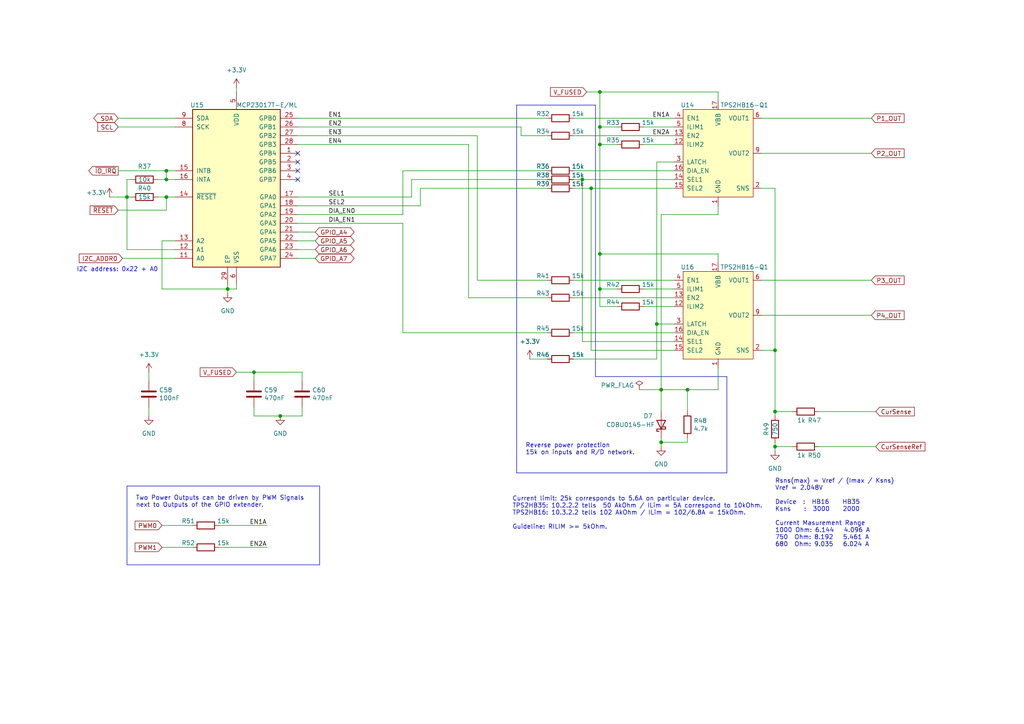
<source format=kicad_sch>
(kicad_sch (version 20231120) (generator "eeschema") (generator_version "8.0")
  (paper "A4")
  (title_block (title "Power Output") (rev "1.0") (company "Schilling Engineering"))
  (lib_symbols
    (symbol "Device:C" (pin_numbers hide) (pin_names (offset 0.254))
      (property "Reference" "C" (at 0.635 2.54 0))
      (property "Value" "C" (at 0.635 -2.54 0))
      (symbol "C_0_1"
        (polyline (pts (xy -2.032 -0.762) (xy 2.032 -0.762)) (stroke (width 0.508)))
        (polyline (pts (xy -2.032 0.762) (xy 2.032 0.762)) (stroke (width 0.508)))
      )
      (symbol "C_1_1"
        (pin passive line (at 0 3.81 270) (length 2.794) (name "~") (number "1"))
        (pin passive line (at 0 -3.81 90) (length 2.794) (name "~") (number "2"))
      )
    )
    (symbol "Device:R" (pin_numbers hide) (pin_names (offset 0))
      (property "Reference" "R" (at 2.032 0 90))
      (property "Value" "R" (at 0 0 90))
      (symbol "R_0_1"
        (rectangle (start -1.016 -2.54) (end 1.016 2.54) (stroke (width 0.254)))
      )
      (symbol "R_1_1"
        (pin passive line (at 0 3.81 270) (length 1.27) (name "~") (number "1"))
        (pin passive line (at 0 -3.81 90) (length 1.27) (name "~") (number "2"))
      )
    )
    (symbol "Diode:1N6263" (pin_numbers hide) (pin_names (offset 1.016) hide)
      (property "Reference" "D" (at 0 2.54 0))
      (property "Value" "1N6263" (at 0 -2.54 0))
      (symbol "1N6263_0_1"
        (polyline (pts (xy 1.27 0) (xy -1.27 0)))
        (polyline (pts (xy 1.27 1.27) (xy 1.27 -1.27) (xy -1.27 0) (xy 1.27 1.27)) (stroke (width 0.254)))
        (polyline (pts (xy -1.905 0.635) (xy -1.905 1.27) (xy -1.27 1.27) (xy -1.27 -1.27) (xy -0.635 -1.27) (xy -0.635 -0.635)) (stroke (width 0.254)))
      )
      (symbol "1N6263_1_1"
        (pin passive line (at -3.81 0 0) (length 2.54) (name "K") (number "1"))
        (pin passive line (at 3.81 0 180) (length 2.54) (name "A") (number "2"))
      )
    )
    (symbol "GND_1" (power) (pin_names (offset 0))
      (property "Value" "GND_1" (at 0 -3.81 0))
      (symbol "GND_1_0_1"
        (polyline (pts (xy 0 0) (xy 0 -1.27) (xy 1.27 -1.27) (xy 0 -2.54) (xy -1.27 -1.27) (xy 0 -1.27)))
      )
      (symbol "GND_1_1_1"
        (pin power_in line (at 0 0 270) (length 0) hide (name "GND") (number "1"))
      )
    )
    (symbol "Interface_Expansion:MCP23017_ML" (pin_names (offset 1.016))
      (property "Reference" "U" (at -11.43 24.13 0))
      (property "Value" "MCP23017_ML" (at 0 0 0))
      (symbol "MCP23017_ML_0_1"
        (rectangle (start -12.7 22.86) (end 12.7 -22.86) (stroke (width 0.254)) (fill (type background)))
      )
      (symbol "MCP23017_ML_1_1"
        (pin bidirectional line (at 17.78 10.16 180) (length 5.08) (name "GPB4") (number "1"))
        (pin no_connect line (at -12.7 12.7 0) (length 5.08) hide (name "NC") (number "10"))
        (pin input line (at -17.78 -20.32 0) (length 5.08) (name "A0") (number "11"))
        (pin input line (at -17.78 -17.78 0) (length 5.08) (name "A1") (number "12"))
        (pin input line (at -17.78 -15.24 0) (length 5.08) (name "A2") (number "13"))
        (pin input line (at -17.78 -2.54 0) (length 5.08) (name "~{RESET}") (number "14"))
        (pin tri_state line (at -17.78 5.08 0) (length 5.08) (name "INTB") (number "15"))
        (pin tri_state line (at -17.78 2.54 0) (length 5.08) (name "INTA") (number "16"))
        (pin bidirectional line (at 17.78 -2.54 180) (length 5.08) (name "GPA0") (number "17"))
        (pin bidirectional line (at 17.78 -5.08 180) (length 5.08) (name "GPA1") (number "18"))
        (pin bidirectional line (at 17.78 -7.62 180) (length 5.08) (name "GPA2") (number "19"))
        (pin bidirectional line (at 17.78 7.62 180) (length 5.08) (name "GPB5") (number "2"))
        (pin bidirectional line (at 17.78 -10.16 180) (length 5.08) (name "GPA3") (number "20"))
        (pin bidirectional line (at 17.78 -12.7 180) (length 5.08) (name "GPA4") (number "21"))
        (pin bidirectional line (at 17.78 -15.24 180) (length 5.08) (name "GPA5") (number "22"))
        (pin bidirectional line (at 17.78 -17.78 180) (length 5.08) (name "GPA6") (number "23"))
        (pin bidirectional line (at 17.78 -20.32 180) (length 5.08) (name "GPA7") (number "24"))
        (pin bidirectional line (at 17.78 20.32 180) (length 5.08) (name "GPB0") (number "25"))
        (pin bidirectional line (at 17.78 17.78 180) (length 5.08) (name "GPB1") (number "26"))
        (pin bidirectional line (at 17.78 15.24 180) (length 5.08) (name "GPB2") (number "27"))
        (pin bidirectional line (at 17.78 12.7 180) (length 5.08) (name "GPB3") (number "28"))
        (pin passive line (at -2.54 -27.94 90) (length 5.08) (name "EP") (number "29"))
        (pin bidirectional line (at 17.78 5.08 180) (length 5.08) (name "GPB6") (number "3"))
        (pin bidirectional line (at 17.78 2.54 180) (length 5.08) (name "GPB7") (number "4"))
        (pin power_in line (at 0 27.94 270) (length 5.08) (name "VDD") (number "5"))
        (pin power_in line (at 0 -27.94 90) (length 5.08) (name "VSS") (number "6"))
        (pin no_connect line (at -12.7 15.24 0) (length 5.08) hide (name "NC") (number "7"))
        (pin input line (at -17.78 17.78 0) (length 5.08) (name "SCK") (number "8"))
        (pin bidirectional line (at -17.78 20.32 0) (length 5.08) (name "SDA") (number "9"))
      )
    )
    (symbol "power:+3.3V" (power) (pin_names (offset 0))
      (property "Value" "+3.3V" (at 0 3.556 0))
      (symbol "+3.3V_0_1"
        (polyline (pts (xy -0.762 1.27) (xy 0 2.54)))
        (polyline (pts (xy 0 0) (xy 0 2.54)))
        (polyline (pts (xy 0 2.54) (xy 0.762 1.27)))
      )
      (symbol "+3.3V_1_1"
        (pin power_in line (at 0 0 90) (length 0) hide (name "+3.3V") (number "1"))
      )
    )
    (symbol "power:PWR_FLAG" (power) (pin_numbers hide) (pin_names (offset 0) hide)
      (property "Value" "PWR_FLAG" (at 0 3.81 0))
      (symbol "PWR_FLAG_0_0"
        (pin power_out line (at 0 0 90) (length 0) (name "pwr") (number "1"))
      )
      (symbol "PWR_FLAG_0_1"
        (polyline (pts (xy 0 0) (xy 0 1.27) (xy -1.016 1.905) (xy 0 2.54) (xy 1.016 1.905) (xy 0 1.27)))
      )
    )
    (symbol "tps2hbxx:TPS2HB16-Q1" (pin_names (offset 1.016))
      (property "Reference" "U" (at -8.89 15.24 0))
      (property "Value" "TPS2HB16-Q1" (at 6.35 15.24 0))
      (symbol "TPS2HB16-Q1_0_0"
        (rectangle (start 10.16 12.7) (end -10.16 -12.7) (fill (type background)))
      )
      (symbol "TPS2HB16-Q1_1_1"
        (pin power_in line (at 0 -15.24 90) (length 2.54) (name "GND") (number "1"))
        (pin passive line (at 12.7 0 180) (length 2.54) hide (name "VOUT2") (number "10"))
        (pin passive line (at 12.7 0 180) (length 2.54) hide (name "VOUT2") (number "11"))
        (pin input line (at -12.7 2.54 0) (length 2.54) (name "ILIM2") (number "12"))
        (pin input line (at -12.7 5.08 0) (length 2.54) (name "EN2") (number "13"))
        (pin input line (at -12.7 -7.62 0) (length 2.54) (name "SEL1") (number "14"))
        (pin input line (at -12.7 -10.16 0) (length 2.54) (name "SEL2") (number "15"))
        (pin input line (at -12.7 -5.08 0) (length 2.54) (name "DIA_EN") (number "16"))
        (pin power_in line (at 0 15.24 270) (length 2.54) (name "VBB") (number "17"))
        (pin output line (at 12.7 -10.16 180) (length 2.54) (name "SNS") (number "2"))
        (pin input line (at -12.7 -2.54 0) (length 2.54) (name "LATCH") (number "3"))
        (pin input line (at -12.7 10.16 0) (length 2.54) (name "EN1") (number "4"))
        (pin input line (at -12.7 7.62 0) (length 2.54) (name "ILIM1") (number "5"))
        (pin power_out line (at 12.7 10.16 180) (length 2.54) (name "VOUT1") (number "6"))
        (pin passive line (at 12.7 10.16 180) (length 2.54) hide (name "VOUT1") (number "7"))
        (pin passive line (at 12.7 10.16 180) (length 2.54) hide (name "VOUT1") (number "8"))
        (pin power_out line (at 12.7 0 180) (length 2.54) (name "VOUT2") (number "9"))
      )
    )
  )
  (junction (at 173.99 41.91))
  (junction (at 191.77 128.27))
  (junction (at 73.66 107.95))
  (junction (at 191.77 113.03))
  (junction (at 224.79 119.38))
  (junction (at 48.26 49.53))
  (junction (at 36.83 57.15))
  (junction (at 173.99 36.83))
  (junction (at 48.26 52.07))
  (junction (at 168.91 52.07))
  (junction (at 171.45 54.61))
  (junction (at 66.04 83.82))
  (junction (at 173.99 73.66))
  (junction (at 173.99 83.82))
  (junction (at 173.99 26.67))
  (junction (at 224.79 101.6))
  (junction (at 199.39 113.03))
  (junction (at 224.79 129.54))
  (junction (at 81.28 120.65))
  (junction (at 48.26 57.15))
  (junction (at 190.5 93.98))
  (no_connect (at 86.36 46.99))
  (no_connect (at 86.36 44.45))
  (no_connect (at 86.36 49.53))
  (no_connect (at 86.36 52.07))
  (wire (pts (xy 116.84 96.52) (xy 116.84 64.77)))
  (wire (pts (xy 138.43 39.37) (xy 86.36 39.37)))
  (wire (pts (xy 173.99 88.9) (xy 173.99 83.82)))
  (wire (pts (xy 73.66 110.49) (xy 73.66 107.95)))
  (wire (pts (xy 68.58 107.95) (xy 73.66 107.95)))
  (wire (pts (xy 86.36 69.85) (xy 91.44 69.85)))
  (wire (pts (xy 166.37 49.53) (xy 195.58 49.53)))
  (wire (pts (xy 195.58 52.07) (xy 168.91 52.07)))
  (wire (pts (xy 135.89 86.36) (xy 135.89 41.91)))
  (wire (pts (xy 168.91 52.07) (xy 168.91 99.06)))
  (wire (pts (xy 168.91 52.07) (xy 166.37 52.07)))
  (wire (pts (xy 87.63 120.65) (xy 87.63 118.11)))
  (wire (pts (xy 50.8 49.53) (xy 48.26 49.53)))
  (wire (pts (xy 153.67 104.14) (xy 158.75 104.14)))
  (wire (pts (xy 220.98 54.61) (xy 224.79 54.61)))
  (wire (pts (xy 34.29 60.96) (xy 48.26 60.96)))
  (wire (pts (xy 138.43 81.28) (xy 138.43 39.37)))
  (wire (pts (xy 173.99 73.66) (xy 208.28 73.66)))
  (wire (pts (xy 48.26 60.96) (xy 48.26 57.15)))
  (wire (pts (xy 199.39 128.27) (xy 191.77 128.27)))
  (wire (pts (xy 191.77 129.54) (xy 191.77 128.27)))
  (wire (pts (xy 166.37 34.29) (xy 195.58 34.29)))
  (wire (pts (xy 166.37 54.61) (xy 171.45 54.61)))
  (polyline (pts (xy 172.72 30.48) (xy 172.72 109.22)))
  (wire (pts (xy 191.77 113.03) (xy 191.77 119.38)))
  (wire (pts (xy 208.28 26.67) (xy 208.28 29.21)))
  (wire (pts (xy 43.18 107.95) (xy 43.18 110.49)))
  (wire (pts (xy 224.79 54.61) (xy 224.79 101.6)))
  (wire (pts (xy 186.69 36.83) (xy 195.58 36.83)))
  (wire (pts (xy 171.45 101.6) (xy 195.58 101.6)))
  (wire (pts (xy 224.79 129.54) (xy 229.87 129.54)))
  (wire (pts (xy 199.39 127) (xy 199.39 128.27)))
  (wire (pts (xy 220.98 81.28) (xy 252.73 81.28)))
  (wire (pts (xy 190.5 93.98) (xy 190.5 104.14)))
  (wire (pts (xy 68.58 25.4) (xy 68.58 26.67)))
  (wire (pts (xy 199.39 119.38) (xy 199.39 113.03)))
  (wire (pts (xy 224.79 129.54) (xy 224.79 128.27)))
  (wire (pts (xy 158.75 81.28) (xy 138.43 81.28)))
  (wire (pts (xy 190.5 46.99) (xy 190.5 93.98)))
  (wire (pts (xy 166.37 96.52) (xy 195.58 96.52)))
  (wire (pts (xy 208.28 73.66) (xy 208.28 76.2)))
  (wire (pts (xy 73.66 107.95) (xy 87.63 107.95)))
  (wire (pts (xy 86.36 74.93) (xy 91.44 74.93)))
  (wire (pts (xy 179.07 41.91) (xy 173.99 41.91)))
  (wire (pts (xy 191.77 62.23) (xy 191.77 113.03)))
  (polyline (pts (xy 149.86 30.48) (xy 149.86 137.16)))
  (wire (pts (xy 43.18 118.11) (xy 43.18 120.65)))
  (wire (pts (xy 116.84 64.77) (xy 86.36 64.77)))
  (wire (pts (xy 35.56 74.93) (xy 50.8 74.93)))
  (wire (pts (xy 38.1 52.07) (xy 36.83 52.07)))
  (wire (pts (xy 166.37 81.28) (xy 195.58 81.28)))
  (wire (pts (xy 237.49 129.54) (xy 254 129.54)))
  (wire (pts (xy 73.66 120.65) (xy 81.28 120.65)))
  (wire (pts (xy 86.36 72.39) (xy 91.44 72.39)))
  (wire (pts (xy 199.39 113.03) (xy 208.28 113.03)))
  (wire (pts (xy 208.28 62.23) (xy 191.77 62.23)))
  (wire (pts (xy 121.92 54.61) (xy 121.92 59.69)))
  (wire (pts (xy 158.75 86.36) (xy 135.89 86.36)))
  (wire (pts (xy 186.69 41.91) (xy 195.58 41.91)))
  (wire (pts (xy 36.83 57.15) (xy 38.1 57.15)))
  (wire (pts (xy 224.79 101.6) (xy 224.79 119.38)))
  (wire (pts (xy 173.99 41.91) (xy 173.99 36.83)))
  (wire (pts (xy 50.8 69.85) (xy 46.99 69.85)))
  (wire (pts (xy 224.79 130.81) (xy 224.79 129.54)))
  (wire (pts (xy 173.99 36.83) (xy 179.07 36.83)))
  (wire (pts (xy 86.36 57.15) (xy 119.38 57.15)))
  (wire (pts (xy 220.98 34.29) (xy 252.73 34.29)))
  (wire (pts (xy 86.36 67.31) (xy 91.44 67.31)))
  (wire (pts (xy 208.28 106.68) (xy 208.28 113.03)))
  (wire (pts (xy 34.29 34.29) (xy 50.8 34.29)))
  (wire (pts (xy 87.63 107.95) (xy 87.63 110.49)))
  (wire (pts (xy 46.99 83.82) (xy 66.04 83.82)))
  (wire (pts (xy 48.26 57.15) (xy 50.8 57.15)))
  (wire (pts (xy 45.72 57.15) (xy 48.26 57.15)))
  (wire (pts (xy 171.45 54.61) (xy 171.45 101.6)))
  (wire (pts (xy 173.99 36.83) (xy 173.99 26.67)))
  (wire (pts (xy 185.42 113.03) (xy 191.77 113.03)))
  (wire (pts (xy 173.99 73.66) (xy 173.99 41.91)))
  (wire (pts (xy 86.36 34.29) (xy 158.75 34.29)))
  (wire (pts (xy 220.98 44.45) (xy 252.73 44.45)))
  (wire (pts (xy 199.39 113.03) (xy 191.77 113.03)))
  (wire (pts (xy 116.84 49.53) (xy 116.84 62.23)))
  (wire (pts (xy 158.75 52.07) (xy 119.38 52.07)))
  (wire (pts (xy 166.37 86.36) (xy 195.58 86.36)))
  (wire (pts (xy 36.83 72.39) (xy 36.83 57.15)))
  (wire (pts (xy 50.8 72.39) (xy 36.83 72.39)))
  (wire (pts (xy 50.8 36.83) (xy 34.29 36.83)))
  (wire (pts (xy 63.5 158.75) (xy 77.47 158.75)))
  (wire (pts (xy 68.58 83.82) (xy 66.04 83.82)))
  (wire (pts (xy 229.87 119.38) (xy 224.79 119.38)))
  (wire (pts (xy 48.26 52.07) (xy 50.8 52.07)))
  (wire (pts (xy 66.04 83.82) (xy 66.04 85.09)))
  (wire (pts (xy 158.75 96.52) (xy 116.84 96.52)))
  (polyline (pts (xy 149.86 30.48) (xy 172.72 30.48)))
  (wire (pts (xy 224.79 119.38) (xy 224.79 120.65)))
  (wire (pts (xy 171.45 54.61) (xy 195.58 54.61)))
  (wire (pts (xy 116.84 62.23) (xy 86.36 62.23)))
  (polyline (pts (xy 210.82 137.16) (xy 149.86 137.16)))
  (wire (pts (xy 220.98 91.44) (xy 252.73 91.44)))
  (wire (pts (xy 173.99 83.82) (xy 179.07 83.82)))
  (wire (pts (xy 119.38 52.07) (xy 119.38 57.15)))
  (wire (pts (xy 195.58 46.99) (xy 190.5 46.99)))
  (wire (pts (xy 173.99 26.67) (xy 208.28 26.67)))
  (wire (pts (xy 135.89 41.91) (xy 86.36 41.91)))
  (wire (pts (xy 170.18 26.67) (xy 173.99 26.67)))
  (wire (pts (xy 220.98 101.6) (xy 224.79 101.6)))
  (wire (pts (xy 179.07 88.9) (xy 173.99 88.9)))
  (wire (pts (xy 46.99 158.75) (xy 55.88 158.75)))
  (wire (pts (xy 151.13 39.37) (xy 151.13 36.83)))
  (wire (pts (xy 195.58 93.98) (xy 190.5 93.98)))
  (wire (pts (xy 34.29 49.53) (xy 48.26 49.53)))
  (wire (pts (xy 166.37 39.37) (xy 195.58 39.37)))
  (wire (pts (xy 46.99 152.4) (xy 55.88 152.4)))
  (wire (pts (xy 121.92 59.69) (xy 86.36 59.69)))
  (wire (pts (xy 68.58 82.55) (xy 68.58 83.82)))
  (wire (pts (xy 66.04 82.55) (xy 66.04 83.82)))
  (wire (pts (xy 190.5 104.14) (xy 166.37 104.14)))
  (wire (pts (xy 48.26 49.53) (xy 48.26 52.07)))
  (wire (pts (xy 186.69 88.9) (xy 195.58 88.9)))
  (wire (pts (xy 237.49 119.38) (xy 254 119.38)))
  (polyline (pts (xy 172.72 109.22) (xy 210.82 109.22)))
  (wire (pts (xy 73.66 118.11) (xy 73.66 120.65)))
  (polyline (pts (xy 210.82 109.22) (xy 210.82 137.16)))
  (wire (pts (xy 86.36 36.83) (xy 151.13 36.83)))
  (wire (pts (xy 208.28 62.23) (xy 208.28 59.69)))
  (wire (pts (xy 63.5 152.4) (xy 77.47 152.4)))
  (wire (pts (xy 81.28 120.65) (xy 87.63 120.65)))
  (wire (pts (xy 45.72 52.07) (xy 48.26 52.07)))
  (wire (pts (xy 158.75 39.37) (xy 151.13 39.37)))
  (wire (pts (xy 36.83 52.07) (xy 36.83 57.15)))
  (wire (pts (xy 186.69 83.82) (xy 195.58 83.82)))
  (wire (pts (xy 158.75 49.53) (xy 116.84 49.53)))
  (wire (pts (xy 31.75 57.15) (xy 36.83 57.15)))
  (wire (pts (xy 168.91 99.06) (xy 195.58 99.06)))
  (wire (pts (xy 191.77 128.27) (xy 191.77 127)))
  (wire (pts (xy 46.99 69.85) (xy 46.99 83.82)))
  (wire (pts (xy 158.75 54.61) (xy 121.92 54.61)))
  (wire (pts (xy 173.99 83.82) (xy 173.99 73.66)))
  (rectangle (start 36.83 140.97) (end 92.71 163.83))
  (text "Reverse power protection\n15k on inputs and R/D network.\n" (at 152.4 132.08 0) (effects (font (size 1.27 1.27)) (justify left bottom)))
  (text "Current limit: 25k corresponds to 5.6A on particular device.\nTPS2HB35: 10.2.2.2 tells  50 AkOhm / ILim = 5A correspond to 10kOhm.\nTPS2HB16: 10.3.2.2 tells 102 AkOhm / ILim = 102/6.8A = 15kOhm.\n\nGuideline: RILIM >= 5kOhm.\n" (at 148.59 153.67 0) (effects (font (size 1.27 1.27)) (justify left bottom)))
  (text "Two Power Outputs can be driven by PWM Signals\nnext to Outputs of the GPIO extender." (at 39.37 147.32 0) (effects (font (size 1.27 1.27)) (justify left bottom)))
  (text "Rsns(max) = Vref / (Imax / Ksns)\nVref = 2.048V\n\nDevice  :  HB16    HB35\nKsns    :  3000    2000\n\nCurrent Masurement Range\n1000 Ohm: 6.144   4.096 A\n750  Ohm: 8.192   5.461 A\n680  Ohm: 9.035   6.024 A\n" (at 224.79 158.75 0) (effects (font (size 1.27 1.27)) (justify left bottom)))
  (text "I2C address: 0x22 + A0" (at 34.036 78.232 0) (effects (font (size 1.27 1.27))))
  (label "EN4" (at 95.25 41.91 0))
  (label "EN2A" (at 189.23 39.37 0))
  (label "DIA_EN1" (at 95.25 64.77 0))
  (label "DIA_EN0" (at 95.25 62.23 0))
  (label "EN3" (at 95.25 39.37 0))
  (label "EN1A" (at 72.39 152.4 0))
  (label "EN2" (at 95.25 36.83 0))
  (label "EN1" (at 95.25 34.29 0))
  (label "EN1A" (at 189.23 34.29 0))
  (label "SEL2" (at 95.25 59.69 0))
  (label "EN2A" (at 72.39 158.75 0))
  (label "SEL1" (at 95.25 57.15 0))
  (global_label "I2C_ADDR0" (shape input) (at 35.56 74.93 180) (property "Intersheetrefs" "${INTERSHEET_REFS}" (effects (hide yes))))
  (global_label "SCL" (shape input) (at 34.29 36.83 180) (property "Intersheetrefs" "${INTERSHEET_REFS}" (effects (hide yes))))
  (global_label "P4_OUT" (shape input) (at 252.73 91.44 0) (property "Intersheetrefs" "${INTERSHEET_REFS}" (effects (hide yes))))
  (global_label "GPIO_A6" (shape bidirectional) (at 91.44 72.39 0) (property "Intersheetrefs" "${INTERSHEET_REFS}" (effects (hide yes))))
  (global_label "P1_OUT" (shape input) (at 252.73 34.29 0) (property "Intersheetrefs" "${INTERSHEET_REFS}" (effects (hide yes))))
  (global_label "P3_OUT" (shape input) (at 252.73 81.28 0) (property "Intersheetrefs" "${INTERSHEET_REFS}" (effects (hide yes))))
  (global_label "CurSense" (shape input) (at 254 119.38 0) (property "Intersheetrefs" "${INTERSHEET_REFS}" (effects (hide yes))))
  (global_label "~{RESET}" (shape input) (at 34.29 60.96 180) (property "Intersheetrefs" "${INTERSHEET_REFS}" (effects (hide yes))))
  (global_label "PWM1" (shape input) (at 46.99 158.75 180) (property "Intersheetrefs" "${INTERSHEET_REFS}" (effects (hide yes))))
  (global_label "GPIO_A5" (shape bidirectional) (at 91.44 69.85 0) (property "Intersheetrefs" "${INTERSHEET_REFS}" (effects (hide yes))))
  (global_label "GPIO_A4" (shape bidirectional) (at 91.44 67.31 0) (property "Intersheetrefs" "${INTERSHEET_REFS}" (effects (hide yes))))
  (global_label "SDA" (shape bidirectional) (at 34.29 34.29 180) (property "Intersheetrefs" "${INTERSHEET_REFS}" (effects (hide yes))))
  (global_label "P2_OUT" (shape input) (at 252.73 44.45 0) (property "Intersheetrefs" "${INTERSHEET_REFS}" (effects (hide yes))))
  (global_label "CurSenseRef" (shape input) (at 254 129.54 0) (property "Intersheetrefs" "${INTERSHEET_REFS}" (effects (hide yes))))
  (global_label "GPIO_A7" (shape bidirectional) (at 91.44 74.93 0) (property "Intersheetrefs" "${INTERSHEET_REFS}" (effects (hide yes))))
  (global_label "~{IO_IRQ}" (shape output) (at 34.29 49.53 180) (property "Intersheetrefs" "${INTERSHEET_REFS}" (effects (hide yes))))
  (global_label "V_FUSED" (shape input) (at 170.18 26.67 180) (property "Intersheetrefs" "${INTERSHEET_REFS}" (effects (hide yes))))
  (global_label "V_FUSED" (shape input) (at 68.58 107.95 180) (property "Intersheetrefs" "${INTERSHEET_REFS}" (effects (hide yes))))
  (global_label "PWM0" (shape input) (at 46.99 152.4 180) (property "Intersheetrefs" "${INTERSHEET_REFS}" (effects (hide yes))))
  (symbol (lib_id "Device:C") (at 43.18 114.3 0) (unit 1)
    (property "Reference" "C58" (at 46.101 113.1316 0) (effects (justify left)))
    (property "Value" "100nF" (at 46.101 115.443 0) (effects (justify left)))
    (property "Footprint" "Capacitor_SMD:C_0402_1005Metric" (effects (hide yes)))
  )
  (symbol (lib_id "Device:R") (at 199.39 123.19 0) (unit 1)
    (property "Reference" "R48" (at 201.168 122.0216 0) (effects (justify left)))
    (property "Value" "4.7k" (at 201.168 124.333 0) (effects (justify left)))
    (property "Footprint" "Resistor_SMD:R_0402_1005Metric" (effects (hide yes)))
  )
  (symbol (lib_id "tps2hbxx:TPS2HB16-Q1") (at 208.28 44.45 0) (unit 1)
    (property "Reference" "U14" (at 199.39 30.48 0))
    (property "Value" "TPS2HB16-Q1" (at 215.9 30.48 0))
    (property "Footprint" "Package_SO:TSSOP-16-1EP_4.4x5mm_P0.65mm" (effects (hide yes)))
    (property "Datasheet" "http://www.ti.com/lit/ds/symlink/tps2hb16-q1.pdf" (effects (hide yes)))
  )
  (symbol (lib_id "Device:C") (at 73.66 114.3 0) (unit 1)
    (property "Reference" "C59" (at 76.581 113.1316 0) (effects (justify left)))
    (property "Value" "470nF" (at 76.581 115.443 0) (effects (justify left)))
    (property "Footprint" "Capacitor_SMD:C_0603_1608Metric" (effects (hide yes)))
    (property "Voltage Rating" "50V" (effects (hide yes)))
  )
  (symbol (lib_id "Device:C") (at 87.63 114.3 0) (unit 1)
    (property "Reference" "C60" (at 90.551 113.1316 0) (effects (justify left)))
    (property "Value" "470nF" (at 90.551 115.443 0) (effects (justify left)))
    (property "Footprint" "Capacitor_SMD:C_0603_1608Metric" (effects (hide yes)))
    (property "Voltage Rating" "50V" (effects (hide yes)))
  )
  (symbol (lib_id "Device:R") (at 182.88 36.83 270) (unit 1)
    (property "Reference" "R33" (at 177.8 35.56 90))
    (property "Value" "15k" (at 187.96 35.56 90))
    (property "Footprint" "Resistor_SMD:R_0402_1005Metric" (effects (hide yes)))
  )
  (symbol (lib_id "Device:R") (at 182.88 41.91 270) (unit 1)
    (property "Reference" "R35" (at 177.8 40.64 90))
    (property "Value" "15k" (at 187.96 40.64 90))
    (property "Footprint" "Resistor_SMD:R_0402_1005Metric" (effects (hide yes)))
  )
  (symbol (lib_id "Interface_Expansion:MCP23017_ML") (at 68.58 54.61 0) (unit 1)
    (property "Reference" "U15" (at 57.15 30.48 0))
    (property "Value" "MCP23017T-E/ML" (at 77.47 30.48 0))
    (property "Footprint" "Package_DFN_QFN:QFN-28-1EP_6x6mm_P0.65mm_EP4.25x4.25mm" (effects (hide yes)))
    (property "Datasheet" "http://ww1.microchip.com/downloads/en/DeviceDoc/20001952C.pdf" (effects (hide yes)))
  )
  (symbol (lib_id "Device:R") (at 162.56 34.29 270) (unit 1)
    (property "Reference" "R32" (at 157.48 33.02 90))
    (property "Value" "15k" (at 167.64 33.02 90))
    (property "Footprint" "Resistor_SMD:R_0402_1005Metric" (effects (hide yes)))
  )
  (symbol (lib_id "Device:R") (at 162.56 39.37 270) (unit 1)
    (property "Reference" "R34" (at 157.48 38.1 90))
    (property "Value" "15k" (at 167.64 38.1 90))
    (property "Footprint" "Resistor_SMD:R_0402_1005Metric" (effects (hide yes)))
  )
  (symbol (lib_id "Device:R") (at 162.56 49.53 270) (unit 1)
    (property "Reference" "R36" (at 157.48 48.26 90))
    (property "Value" "15k" (at 167.64 48.26 90))
    (property "Footprint" "Resistor_SMD:R_0402_1005Metric" (effects (hide yes)))
  )
  (symbol (lib_id "Device:R") (at 162.56 52.07 270) (unit 1)
    (property "Reference" "R38" (at 157.48 50.8 90))
    (property "Value" "15k" (at 167.64 50.8 90))
    (property "Footprint" "Resistor_SMD:R_0402_1005Metric" (effects (hide yes)))
  )
  (symbol (lib_id "Device:R") (at 162.56 54.61 270) (unit 1)
    (property "Reference" "R39" (at 157.48 53.34 90))
    (property "Value" "15k" (at 167.64 53.34 90))
    (property "Footprint" "Resistor_SMD:R_0402_1005Metric" (effects (hide yes)))
  )
  (symbol (lib_id "tps2hbxx:TPS2HB16-Q1") (at 208.28 91.44 0) (unit 1)
    (property "Reference" "U16" (at 199.39 77.47 0))
    (property "Value" "TPS2HB16-Q1" (at 215.9 77.47 0))
    (property "Footprint" "Package_SO:TSSOP-16-1EP_4.4x5mm_P0.65mm" (effects (hide yes)))
    (property "Datasheet" "http://www.ti.com/lit/ds/symlink/tps2hb16-q1.pdf" (effects (hide yes)))
  )
  (symbol (lib_id "Device:R") (at 182.88 83.82 270) (unit 1)
    (property "Reference" "R42" (at 177.8 82.55 90))
    (property "Value" "15k" (at 187.96 82.55 90))
    (property "Footprint" "Resistor_SMD:R_0402_1005Metric" (effects (hide yes)))
  )
  (symbol (lib_id "Device:R") (at 182.88 88.9 270) (unit 1)
    (property "Reference" "R44" (at 177.8 87.63 90))
    (property "Value" "15k" (at 187.96 87.63 90))
    (property "Footprint" "Resistor_SMD:R_0402_1005Metric" (effects (hide yes)))
  )
  (symbol (lib_id "Device:R") (at 162.56 81.28 270) (unit 1)
    (property "Reference" "R41" (at 157.48 80.01 90))
    (property "Value" "15k" (at 167.64 80.01 90))
    (property "Footprint" "Resistor_SMD:R_0402_1005Metric" (effects (hide yes)))
  )
  (symbol (lib_id "Device:R") (at 162.56 86.36 270) (unit 1)
    (property "Reference" "R43" (at 157.48 85.09 90))
    (property "Value" "15k" (at 167.64 85.09 90))
    (property "Footprint" "Resistor_SMD:R_0402_1005Metric" (effects (hide yes)))
  )
  (symbol (lib_id "Device:R") (at 162.56 96.52 270) (unit 1)
    (property "Reference" "R45" (at 157.48 95.25 90))
    (property "Value" "15k" (at 167.64 95.25 90))
    (property "Footprint" "Resistor_SMD:R_0402_1005Metric" (effects (hide yes)))
  )
  (symbol (lib_id "Device:R") (at 224.79 124.46 180) (unit 1)
    (property "Reference" "R49" (at 222.25 124.46 90))
    (property "Value" "750" (at 224.79 124.46 90))
    (property "Footprint" "Resistor_SMD:R_0603_1608Metric" (effects (hide yes)))
  )
  (symbol (lib_id "Device:R") (at 41.91 57.15 270) (unit 1)
    (property "Reference" "R40" (at 41.91 54.61 90))
    (property "Value" "15k" (at 41.91 57.15 90))
    (property "Footprint" "Resistor_SMD:R_0402_1005Metric" (effects (hide yes)))
  )
  (symbol (lib_id "Device:R") (at 162.56 104.14 270) (unit 1)
    (property "Reference" "R46" (at 157.48 102.87 90))
    (property "Value" "15k" (at 167.64 102.87 90))
    (property "Footprint" "Resistor_SMD:R_0402_1005Metric" (effects (hide yes)))
  )
  (symbol (lib_name "GND_1") (lib_id "power:GND") (at 43.18 120.65 0) (unit 1)
    (property "Reference" "#PWR079" (effects (hide yes)))
    (property "Value" "GND" (at 43.18 125.73 0))
  )
  (symbol (lib_id "power:+3.3V") (at 43.18 107.95 0) (unit 1)
    (property "Reference" "#PWR078" (effects (hide yes)))
    (property "Value" "+3.3V" (at 43.18 102.87 0))
  )
  (symbol (lib_name "GND_1") (lib_id "power:GND") (at 224.79 130.81 0) (unit 1)
    (property "Reference" "#PWR082" (effects (hide yes)))
    (property "Value" "GND" (at 224.79 135.89 0))
  )
  (symbol (lib_id "Device:R") (at 41.91 52.07 270) (unit 1)
    (property "Reference" "R37" (at 41.91 48.26 90))
    (property "Value" "10k" (at 41.91 52.07 90))
    (property "Footprint" "Resistor_SMD:R_0402_1005Metric" (effects (hide yes)))
  )
  (symbol (lib_name "GND_1") (lib_id "power:GND") (at 191.77 129.54 0) (unit 1)
    (property "Reference" "#PWR081" (effects (hide yes)))
    (property "Value" "GND" (at 191.77 134.62 0))
  )
  (symbol (lib_name "GND_1") (lib_id "power:GND") (at 66.04 85.09 0) (unit 1)
    (property "Reference" "#PWR076" (effects (hide yes)))
    (property "Value" "GND" (at 66.04 90.17 0))
  )
  (symbol (lib_id "power:+3.3V") (at 153.67 104.14 0) (unit 1)
    (property "Reference" "#PWR077" (effects (hide yes)))
    (property "Value" "+3.3V" (at 153.67 99.06 0))
  )
  (symbol (lib_id "Device:R") (at 233.68 129.54 90) (unit 1)
    (property "Reference" "R50" (at 236.22 132.08 90))
    (property "Value" "1k" (at 232.41 132.08 90))
    (property "Footprint" "Resistor_SMD:R_0402_1005Metric" (effects (hide yes)))
  )
  (symbol (lib_id "power:+3.3V") (at 68.58 25.4 0) (unit 1)
    (property "Reference" "#PWR074" (effects (hide yes)))
    (property "Value" "+3.3V" (at 68.58 20.32 0))
  )
  (symbol (lib_id "Device:R") (at 59.69 158.75 270) (unit 1)
    (property "Reference" "R52" (at 54.61 157.48 90))
    (property "Value" "15k" (at 64.77 157.48 90))
    (property "Footprint" "Resistor_SMD:R_0402_1005Metric" (effects (hide yes)))
  )
  (symbol (lib_id "Diode:1N6263") (at 191.77 123.19 90) (unit 1)
    (property "Reference" "D7" (at 187.96 120.65 90))
    (property "Value" "CDBU0145-HF" (at 182.88 123.19 90))
    (property "Footprint" "Diode_SMD:D_0603_1608Metric" (effects (hide yes)))
    (property "Datasheet" "https://www.mouser.ch/datasheet/2/80/CDBU0145_HF_RevB-2489850.pdf" (effects (hide yes)))
    (property "Alternative PN" " SD0603S040S0R2" (effects (hide yes)))
    (property "Manufacturer" "AVX" (effects (hide yes)))
  )
  (symbol (lib_id "Device:R") (at 233.68 119.38 90) (unit 1)
    (property "Reference" "R47" (at 236.22 121.92 90))
    (property "Value" "1k" (at 232.41 121.92 90))
    (property "Footprint" "Resistor_SMD:R_0402_1005Metric" (effects (hide yes)))
  )
  (symbol (lib_name "GND_1") (lib_id "power:GND") (at 81.28 120.65 0) (unit 1)
    (property "Reference" "#PWR080" (effects (hide yes)))
    (property "Value" "GND" (at 81.28 125.73 0))
  )
  (symbol (lib_id "Device:R") (at 59.69 152.4 270) (unit 1)
    (property "Reference" "R51" (at 54.61 151.13 90))
    (property "Value" "15k" (at 64.77 151.13 90))
    (property "Footprint" "Resistor_SMD:R_0402_1005Metric" (effects (hide yes)))
  )
  (symbol (lib_id "power:+3.3V") (at 31.75 57.15 0) (unit 1)
    (property "Reference" "#PWR075" (effects (hide yes)))
    (property "Value" "+3.3V" (at 27.94 55.88 0))
  )
  (symbol (lib_id "power:PWR_FLAG") (at 185.42 113.03 0) (unit 1)
    (property "Reference" "#FLG08" (effects (hide yes)))
    (property "Value" "PWR_FLAG" (at 179.07 111.76 0))
  )
)
</source>
